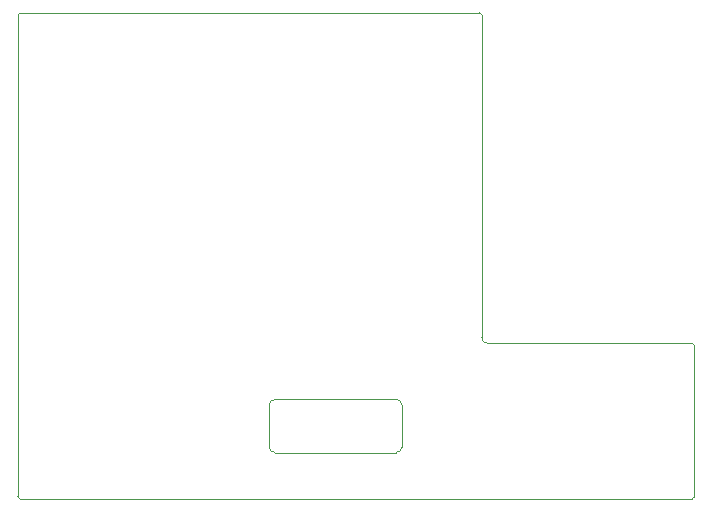
<source format=gbr>
%TF.GenerationSoftware,KiCad,Pcbnew,(6.0.9)*%
%TF.CreationDate,2023-11-17T13:22:31+01:00*%
%TF.ProjectId,datakeyboard,64617461-6b65-4796-926f-6172642e6b69,2*%
%TF.SameCoordinates,Original*%
%TF.FileFunction,Profile,NP*%
%FSLAX46Y46*%
G04 Gerber Fmt 4.6, Leading zero omitted, Abs format (unit mm)*
G04 Created by KiCad (PCBNEW (6.0.9)) date 2023-11-17 13:22:31*
%MOMM*%
%LPD*%
G01*
G04 APERTURE LIST*
%TA.AperFunction,Profile*%
%ADD10C,0.100000*%
%TD*%
G04 APERTURE END LIST*
D10*
X122000000Y-141750000D02*
G75*
G03*
X122500000Y-142250000I500000J0D01*
G01*
X100900000Y-105000000D02*
X139800000Y-105000000D01*
X133250000Y-138750000D02*
X133250000Y-141750000D01*
X141000000Y-133000000D02*
X157800000Y-133000000D01*
X132750000Y-142250000D02*
X132292893Y-142250000D01*
X122000000Y-138750000D02*
X122000000Y-141250000D01*
X132292893Y-137750000D02*
X132750000Y-137750000D01*
X140000000Y-132500000D02*
X140000000Y-132000000D01*
X158000000Y-133200000D02*
X158000000Y-146000000D01*
X122000000Y-138750000D02*
X122000000Y-138250000D01*
X133250000Y-138250000D02*
G75*
G03*
X132750000Y-137750000I-500000J0D01*
G01*
X100700000Y-146000000D02*
G75*
G03*
X100900000Y-146200000I200000J0D01*
G01*
X123000000Y-137750000D02*
X131000000Y-137750000D01*
X132292893Y-142250000D02*
X131000000Y-142250000D01*
X133250000Y-138250000D02*
X133250000Y-138750000D01*
X141000000Y-133000000D02*
X140500000Y-133000000D01*
X100700000Y-146000000D02*
X100700000Y-105200000D01*
X131000000Y-137750000D02*
X132292893Y-137750000D01*
X123000000Y-142250000D02*
X122500000Y-142250000D01*
X122000000Y-141750000D02*
X122000000Y-141250000D01*
X140000000Y-132500000D02*
G75*
G03*
X140500000Y-133000000I500000J0D01*
G01*
X132750000Y-142250000D02*
G75*
G03*
X133250000Y-141750000I0J500000D01*
G01*
X122500000Y-137750000D02*
G75*
G03*
X122000000Y-138250000I0J-500000D01*
G01*
X157800000Y-146200000D02*
G75*
G03*
X158000000Y-146000000I0J200000D01*
G01*
X140000000Y-105200000D02*
X140000000Y-132000000D01*
X158000000Y-133200000D02*
G75*
G03*
X157800000Y-133000000I-200000J0D01*
G01*
X157800000Y-146200000D02*
X100900000Y-146200000D01*
X140000000Y-105200000D02*
G75*
G03*
X139800000Y-105000000I-200000J0D01*
G01*
X122500000Y-137750000D02*
X123000000Y-137750000D01*
X131000000Y-142250000D02*
X123000000Y-142250000D01*
X100900000Y-105000000D02*
G75*
G03*
X100700000Y-105200000I0J-200000D01*
G01*
M02*

</source>
